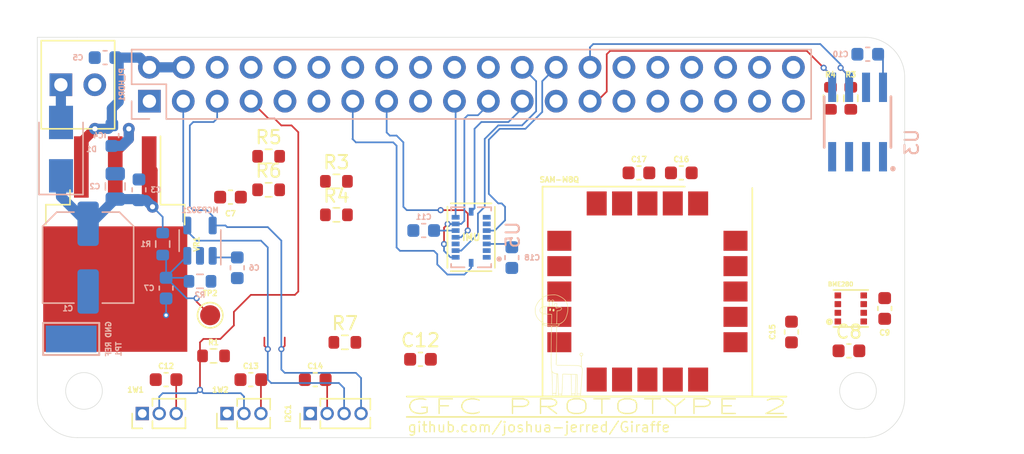
<source format=kicad_pcb>
(kicad_pcb (version 20221018) (generator pcbnew)
  (layers (0 "F.Cu" signal "Front") (1 "In1.Cu" power) (2 "In2.Cu" power) (31 "B.Cu" signal "Back") (34 "B.Paste" user) (35 "F.Paste" user) (36 "B.SilkS" user "B.Silkscreen") (37 "F.SilkS" user "F.Silkscreen") (38 "B.Mask" user) (39 "F.Mask" user) (44 "Edge.Cuts" user))
  (net 0 "")
  (net 1 "GND")
  (net 2 "+3V3")
  (net 3 "+5V")
  (net 4 "I2C0.SDA")
  (net 5 "I2C0.SCL")
  (net 6 "1-Wire")
  (net 7 "SPI0.MOSI")
  (net 8 "SPI0.MISO")
  (net 9 "SPI0.SCLK")
  (net 10 "SPI0.CE0")
  (net 11 "SPI0.CE1")
  (net 12 "EEPROM.SDA")
  (net 13 "EEPROM.SCL")
  (net 14 "BAT Polarized")
  (net 15 "/BAT Reference Voltage")
  (net 29 "GPS TX-Ready")
  (net 31 "+BATT")
  (net 32 "BMI088 Int1")
  (net 33 "BMI088 Int3")
  (footprint "RF_GPS:ublox_SAM-M8Q" (layer "F.Cu") (at 65.72 39.05 -90)
    (fp_text reference "U4" hide)
    (fp_text value "SAM-M8Q" (at -8.382 6.604 180) (layer "F.SilkS") (effects (font (size 0.4 0.4) (thickness 0.1))))
    (pad "1" smd rect (at -6.6 -3.8 270) (size 1.8 1.5) (layers "F.Cu" "F.Mask") (net 1 "GND"))
    (pad "2" smd rect (at -6.6 -1.9 270) (size 1.8 1.5) (layers "F.Cu" "F.Mask") (net 2 "+3V3"))
    (pad "3" smd rect (at -6.6 0 270) (size 1.8 1.5) (layers "F.Cu" "F.Mask") (net 2 "+3V3"))
    (pad "4" smd rect (at -6.6 1.9 270) (size 1.8 1.5) (layers "F.Cu" "F.Mask") (net 1 "GND"))
    (pad "5" smd rect (at -6.6 3.8 270) (size 1.8 1.5) (layers "F.Cu" "F.Mask") (net 1 "GND"))
    (pad "6" smd rect (at -3.8 6.6 270) (size 1.5 1.8) (layers "F.Cu" "F.Mask") (net 1 "GND"))
    (pad "7" smd rect (at -1.9 6.6 270) (size 1.5 1.8) (layers "F.Cu" "F.Mask"))
    (pad "8" smd rect (at 0 6.6 270) (size 1.5 1.8) (layers "F.Cu" "F.Mask"))
    (pad "9" smd rect (at 1.9 6.6 270) (size 1.5 1.8) (layers "F.Cu" "F.Mask") (net 4 "I2C0.SDA"))
    (pad "10" smd rect (at 3.8 6.6 270) (size 1.5 1.8) (layers "F.Cu" "F.Mask") (net 1 "GND"))
    (pad "11" smd rect (at 6.6 3.8 270) (size 1.8 1.5) (layers "F.Cu" "F.Mask") (net 1 "GND"))
    (pad "12" smd rect (at 6.6 1.9 270) (size 1.8 1.5) (layers "F.Cu" "F.Mask") (net 5 "I2C0.SCL"))
    (pad "13" smd rect (at 6.6 0 270) (size 1.8 1.5) (layers "F.Cu" "F.Mask") (net 29 "GPS TX-Ready"))
    (pad "14" smd rect (at 6.6 -1.9 270) (size 1.8 1.5) (layers "F.Cu" "F.Mask"))
    (pad "15" smd rect (at 6.6 -3.8 270) (size 1.8 1.5) (layers "F.Cu" "F.Mask") (net 1 "GND"))
    (pad "16" smd rect (at 3.8 -6.6 270) (size 1.5 1.8) (layers "F.Cu" "F.Mask") (net 1 "GND"))
    (pad "17" smd rect (at 1.9 -6.6 270) (size 1.5 1.8) (layers "F.Cu" "F.Mask") (net 2 "+3V3"))
    (pad "18" smd rect (at 0 -6.6 270) (size 1.5 1.8) (layers "F.Cu" "F.Mask"))
    (pad "19" smd rect (at -1.9 -6.6 270) (size 1.5 1.8) (layers "F.Cu" "F.Mask"))
    (pad "20" smd rect (at -3.8 -6.6 270) (size 1.5 1.8) (layers "F.Cu" "F.Mask") (net 1 "GND"))
  )
  (footprint "Capacitor_SMD:C_0603_1608Metric" (layer "F.Cu") (at 29.652 45.654)
    (fp_text reference "C12" (at 0 -1.016) (layer "F.SilkS") (effects (font (size 0.4 0.4) (thickness 0.8))))
    (fp_text value "0.1µF")
    (pad "1" smd roundrect (at -0.775 0) (size 0.9 0.95) (layers "F.Cu" "F.Paste" "F.Mask") (net 1 "GND"))
    (pad "2" smd roundrect (at 0.775 0) (size 0.9 0.95) (layers "F.Cu" "F.Paste" "F.Mask") (net 2 "+3V3"))
  )
  (footprint "Resistor_SMD:R_0603_1608Metric" (layer "F.Cu") (at 33.208 43.876)
    (fp_text reference "R1" (at 0 -1.016) (layer "F.SilkS") (effects (font (size 0.4 0.4) (thickness 0.8))))
    (fp_text value "30kΩ")
    (pad "1" smd roundrect (at -0.825 0) (size 0.8 0.95) (layers "F.Cu" "F.Paste" "F.Mask") (net 14 "BAT Polarized"))
    (pad "2" smd roundrect (at 0.825 0) (size 0.8 0.95) (layers "F.Cu" "F.Paste" "F.Mask") (net 15 "/BAT Reference Voltage"))
  )
  (footprint "Capacitor_SMD:C_0603_1608Metric" (layer "F.Cu") (at 76.515 42.085 90)
    (fp_text reference "C15" (at 0 -1.43 90) (layer "F.SilkS") (effects (font (size 0.4 0.4) (thickness 0.8))))
    (fp_text value "0.1µF")
    (pad "1" smd roundrect (at -0.775 0 90) (size 0.9 0.95) (layers "F.Cu" "F.Paste" "F.Mask") (net 1 "GND"))
    (pad "2" smd roundrect (at 0.775 0 90) (size 0.9 0.95) (layers "F.Cu" "F.Paste" "F.Mask") (net 2 "+3V3"))
  )
  (footprint "Connector_PinHeader_1.27mm:PinHeader_1x03_P1.27mm_Vertical" (layer "F.Cu") (at 27.869 48.194 90)
    (fp_text reference "1W1" (at 1.778 -0.503 180) (layer "F.SilkS") (effects (font (size 0.4 0.4) (thickness 0.1))))
    (fp_text value "1-Wire")
    (pad "1" thru_hole rect (at 0 0 90) (size 1 1) (drill 0.65) (layers "*.Cu" "*.Mask") (net 1 "GND"))
    (pad "2" thru_hole oval (at 0 1.27 90) (size 1 1) (drill 0.65) (layers "*.Cu" "*.Mask") (net 6 "1-Wire"))
    (pad "3" thru_hole oval (at 0 2.54 90) (size 1 1) (drill 0.65) (layers "*.Cu" "*.Mask") (net 2 "+3V3"))
  )
  (footprint "TestPoint:TestPoint_Pad_D1.5mm" (layer "F.Cu") (at 32.954 40.828)
    (fp_text reference "TP2" (at 0 -1.648) (layer "F.SilkS") (effects (font (size 0.4 0.4) (thickness 0.8))))
    (fp_text value "BAT REF")
    (pad "1" smd circle (at 0 0) (size 1.5 1.5) (layers "F.Cu" "F.Mask") (net 15 "/BAT Reference Voltage"))
  )
  (footprint "Resistor_SMD:R_0603_1608Metric" (layer "F.Cu") (at 37.335 28.92)
    (fp_text reference "R5" (at 0 -1.43) (layer "F.SilkS"))
    (fp_text value "*")
    (pad "1" smd roundrect (at -0.825 0) (size 0.8 0.95) (layers "F.Cu" "F.Paste" "F.Mask") (net 2 "+3V3"))
    (pad "2" smd roundrect (at 0.825 0) (size 0.8 0.95) (layers "F.Cu" "F.Paste" "F.Mask") (net 4 "I2C0.SDA"))
  )
  (footprint "Connector_PinHeader_1.27mm:PinHeader_1x03_P1.27mm_Vertical" (layer "F.Cu") (at 34.219 48.194 90)
    (fp_text reference "1W2" (at 1.778 -0.503 180) (layer "F.SilkS") (effects (font (size 0.4 0.4) (thickness 0.8))))
    (fp_text value "1-Wire")
    (pad "1" thru_hole rect (at 0 0 90) (size 1 1) (drill 0.65) (layers "*.Cu" "*.Mask") (net 1 "GND"))
    (pad "2" thru_hole oval (at 0 1.27 90) (size 1 1) (drill 0.65) (layers "*.Cu" "*.Mask") (net 6 "1-Wire"))
    (pad "3" thru_hole oval (at 0 2.54 90) (size 1 1) (drill 0.65) (layers "*.Cu" "*.Mask") (net 2 "+3V3"))
  )
  (footprint "Resistor_SMD:R_0603_1608Metric" (layer "F.Cu") (at 79.436 24.572 -90)
    (fp_text reference "R4" (at -1.778 0 180) (layer "F.SilkS") (effects (font (size 0.4 0.4) (thickness 0.8))))
    (fp_text value "3.9kΩ")
    (pad "1" smd roundrect (at -0.825 0 270) (size 0.8 0.95) (layers "F.Cu" "F.Paste" "F.Mask") (net 2 "+3V3"))
    (pad "2" smd roundrect (at 0.825 0 270) (size 0.8 0.95) (layers "F.Cu" "F.Paste" "F.Mask") (net 13 "EEPROM.SCL"))
  )
  (footprint "Resistor_SMD:R_0603_1608Metric" (layer "F.Cu") (at 37.335 31.43)
    (fp_text reference "R6" (at 0 -1.43) (layer "F.SilkS"))
    (fp_text value "*")
    (pad "1" smd roundrect (at -0.825 0) (size 0.8 0.95) (layers "F.Cu" "F.Paste" "F.Mask") (net 5 "I2C0.SCL"))
    (pad "2" smd roundrect (at 0.825 0) (size 0.8 0.95) (layers "F.Cu" "F.Paste" "F.Mask") (net 2 "+3V3"))
  )
  (footprint "Capacitor_SMD:C_0603_1608Metric" (layer "F.Cu") (at 40.828 45.654)
    (fp_text reference "C14" (at 0 -1.016) (layer "F.SilkS") (effects (font (size 0.4 0.4) (thickness 0.8))))
    (fp_text value "0.1µF")
    (pad "1" smd roundrect (at -0.775 0) (size 0.9 0.95) (layers "F.Cu" "F.Paste" "F.Mask") (net 2 "+3V3"))
    (pad "2" smd roundrect (at 0.775 0) (size 0.9 0.95) (layers "F.Cu" "F.Paste" "F.Mask") (net 1 "GND"))
  )
  (footprint "footprints:logo2" (layer "F.Cu") (at 59.116 43.114)
    (fp_text reference "G***" hide)
    (fp_text value "LOGO" hide)
  )
  (footprint "Capacitor_SMD:C_0603_1608Metric" (layer "F.Cu") (at 65.085 30.16 180)
    (fp_text reference "C17" (at 0 1.016) (layer "F.SilkS") (effects (font (size 0.4 0.4) (thickness 0.8))))
    (fp_text value "0.1µF")
    (pad "1" smd roundrect (at -0.775 0 180) (size 0.9 0.95) (layers "F.Cu" "F.Paste" "F.Mask") (net 2 "+3V3"))
    (pad "2" smd roundrect (at 0.775 0 180) (size 0.9 0.95) (layers "F.Cu" "F.Paste" "F.Mask") (net 1 "GND"))
  )
  (footprint "Capacitor_SMD:C_0603_1608Metric" (layer "F.Cu") (at 48.715 44.13)
    (fp_text reference "C12" (at 0 -1.43) (layer "F.SilkS"))
    (fp_text value "0.1µF")
    (pad "1" smd roundrect (at -0.775 0) (size 0.9 0.95) (layers "F.Cu" "F.Paste" "F.Mask") (net 1 "GND"))
    (pad "2" smd roundrect (at 0.775 0) (size 0.9 0.95) (layers "F.Cu" "F.Paste" "F.Mask") (net 2 "+3V3"))
  )
  (footprint "footprints:PSON65P250X250X100-8N" (layer "F.Cu") (at 80.96 40.32 180)
    (fp_text reference "U2" hide)
    (fp_text value "BME280" (at 0.762 1.819) (layer "F.SilkS") (effects (font (size 0.321103 0.321103))))
    (pad "1" smd roundrect (at 0.97 -0.975 180) (size 0.49 0.45) (layers "F.Cu" "F.Paste" "F.Mask") (roundrect_rratio 0.06) (net 1 "GND"))
    (pad "2" smd roundrect (at 0.97 -0.325 180) (size 0.49 0.45) (layers "F.Cu" "F.Paste" "F.Mask") (roundrect_rratio 0.06) (net 2 "+3V3"))
    (pad "3" smd roundrect (at 0.97 0.325 180) (size 0.49 0.45) (layers "F.Cu" "F.Paste" "F.Mask") (roundrect_rratio 0.06) (net 4 "I2C0.SDA"))
    (pad "4" smd roundrect (at 0.97 0.975 180) (size 0.49 0.45) (layers "F.Cu" "F.Paste" "F.Mask") (roundrect_rratio 0.06) (net 5 "I2C0.SCL"))
    (pad "5" smd roundrect (at -0.97 0.975 180) (size 0.49 0.45) (layers "F.Cu" "F.Paste" "F.Mask") (roundrect_rratio 0.06) (net 1 "GND"))
    (pad "6" smd roundrect (at -0.97 0.325 180) (size 0.49 0.45) (layers "F.Cu" "F.Paste" "F.Mask") (roundrect_rratio 0.06) (net 2 "+3V3"))
    (pad "7" smd roundrect (at -0.97 -0.325 180) (size 0.49 0.45) (layers "F.Cu" "F.Paste" "F.Mask") (roundrect_rratio 0.06) (net 1 "GND"))
    (pad "8" smd roundrect (at -0.97 -0.975 180) (size 0.49 0.45) (layers "F.Cu" "F.Paste" "F.Mask") (roundrect_rratio 0.06) (net 2 "+3V3"))
  )
  (footprint "Capacitor_SMD:C_0603_1608Metric" (layer "F.Cu") (at 68.26 30.16 180)
    (fp_text reference "C16" (at 0 1.016) (layer "F.SilkS") (effects (font (size 0.4 0.4) (thickness 0.8))))
    (fp_text value "0.1µF")
    (pad "1" smd roundrect (at -0.775 0 180) (size 0.9 0.95) (layers "F.Cu" "F.Paste" "F.Mask") (net 1 "GND"))
    (pad "2" smd roundrect (at 0.775 0 180) (size 0.9 0.95) (layers "F.Cu" "F.Paste" "F.Mask") (net 2 "+3V3"))
  )
  (footprint "GFC-Footprints:OSTVN02A150 2x1 Terminal Block" (layer "F.Cu") (at 21.768 23.556 90)
    (fp_text reference "J1" hide)
    (fp_text value "BAT")
    (pad "1" thru_hole rect (at 0 0 90) (size 1.7 1.7) (drill 1) (layers "*.Cu" "*.Mask") (net 31 "+BATT"))
    (pad "2" thru_hole oval (at 0 2.54 90) (size 1.7 1.7) (drill 1) (layers "*.Cu" "*.Mask") (net 1 "GND"))
  )
  (footprint "Resistor_SMD:R_0603_1608Metric" (layer "F.Cu") (at 80.96 24.572 -90)
    (fp_text reference "R3" (at -1.778 0 180) (layer "F.SilkS") (effects (font (size 0.4 0.4) (thickness 0.8))))
    (fp_text value "3.9kΩ")
    (pad "1" smd roundrect (at -0.825 0 270) (size 0.8 0.95) (layers "F.Cu" "F.Paste" "F.Mask") (net 2 "+3V3"))
    (pad "2" smd roundrect (at 0.825 0 270) (size 0.8 0.95) (layers "F.Cu" "F.Paste" "F.Mask") (net 12 "EEPROM.SDA"))
  )
  (footprint "Capacitor_SMD:C_0603_1608Metric" (layer "F.Cu") (at 80.82 43.495)
    (fp_text reference "C8" (at 0 -1.43) (layer "F.SilkS"))
    (fp_text value "0.1µF")
    (pad "1" smd roundrect (at -0.775 0) (size 0.9 0.95) (layers "F.Cu" "F.Paste" "F.Mask") (net 1 "GND"))
    (pad "2" smd roundrect (at 0.775 0) (size 0.9 0.95) (layers "F.Cu" "F.Paste" "F.Mask") (net 2 "+3V3"))
  )
  (footprint "Connector_PinHeader_1.27mm:PinHeader_1x04_P1.27mm_Vertical" (layer "F.Cu") (at 40.452 48.194 90)
    (fp_text reference "I2C1" (at 0 -1.656 90) (layer "F.SilkS") (effects (font (size 0.4 0.4) (thickness 0.8))))
    (fp_text value "I²C")
    (pad "1" thru_hole rect (at 0 0 90) (size 1 1) (drill 0.65) (layers "*.Cu" "*.Mask") (net 1 "GND"))
    (pad "2" thru_hole oval (at 0 1.27 90) (size 1 1) (drill 0.65) (layers "*.Cu" "*.Mask") (net 2 "+3V3"))
    (pad "3" thru_hole oval (at 0 2.54 90) (size 1 1) (drill 0.65) (layers "*.Cu" "*.Mask") (net 5 "I2C0.SCL"))
    (pad "4" thru_hole oval (at 0 3.81 90) (size 1 1) (drill 0.65) (layers "*.Cu" "*.Mask") (net 4 "I2C0.SDA"))
  )
  (footprint "Capacitor_SMD:C_0603_1608Metric" (layer "F.Cu") (at 83.5 40.32 -90)
    (fp_text reference "C9" (at 1.819 0) (layer "F.SilkS") (effects (font (size 0.4 0.4) (thickness 0.8))))
    (fp_text value "0.1µF")
    (pad "1" smd roundrect (at -0.775 0 270) (size 0.9 0.95) (layers "F.Cu" "F.Paste" "F.Mask") (net 1 "GND"))
    (pad "2" smd roundrect (at 0.775 0 270) (size 0.9 0.95) (layers "F.Cu" "F.Paste" "F.Mask") (net 2 "+3V3"))
  )
  (footprint "Resistor_SMD:R_0603_1608Metric" (layer "F.Cu") (at 43.05 42.86)
    (fp_text reference "R7" (at 0 -1.43) (layer "F.SilkS"))
    (fp_text value "4.7kΩ")
    (pad "1" smd roundrect (at -0.825 0) (size 0.8 0.95) (layers "F.Cu" "F.Paste" "F.Mask") (net 2 "+3V3"))
    (pad "2" smd roundrect (at 0.825 0) (size 0.8 0.95) (layers "F.Cu" "F.Paste" "F.Mask") (net 6 "1-Wire"))
  )
  (footprint "Capacitor_SMD:C_0603_1608Metric" (layer "F.Cu") (at 36.002 45.654)
    (fp_text reference "C13" (at 0 -1.016) (layer "F.SilkS") (effects (font (size 0.4 0.4) (thickness 0.8))))
    (fp_text value "0.1µF")
    (pad "1" smd roundrect (at -0.775 0) (size 0.9 0.95) (layers "F.Cu" "F.Paste" "F.Mask") (net 1 "GND"))
    (pad "2" smd roundrect (at 0.775 0) (size 0.9 0.95) (layers "F.Cu" "F.Paste" "F.Mask") (net 2 "+3V3"))
  )
  (footprint "Resistor_SMD:R_0603_1608Metric" (layer "F.Cu") (at 42.415 33.305)
    (fp_text reference "R4" (at 0 -1.43) (layer "F.SilkS"))
    (fp_text value "3.9kΩ")
    (pad "1" smd roundrect (at -0.825 0) (size 0.8 0.95) (layers "F.Cu" "F.Paste" "F.Mask") (net 2 "+3V3"))
    (pad "2" smd roundrect (at 0.825 0) (size 0.8 0.95) (layers "F.Cu" "F.Paste" "F.Mask") (net 13 "EEPROM.SCL"))
  )
  (footprint "Capacitor_SMD:C_0603_1608Metric" (layer "F.Cu") (at 34.478 31.979)
    (fp_text reference "C7" (at 0 1.229) (layer "F.SilkS") (effects (font (size 0.4 0.4) (thickness 0.8))))
    (fp_text value "0.1µF")
    (pad "1" smd roundrect (at -0.775 0) (size 0.9 0.95) (layers "F.Cu" "F.Paste" "F.Mask") (net 1 "GND"))
    (pad "2" smd roundrect (at 0.775 0) (size 0.9 0.95) (layers "F.Cu" "F.Paste" "F.Mask") (net 15 "/BAT Reference Voltage"))
  )
  (footprint "Package_TO_SOT_SMD:TO-263-3_TabPin2" (layer "F.Cu") (at 25.842 35.494 -90)
    (fp_text reference "VR1" (at 0 -6.096 90) (layer "F.SilkS") (effects (font (size 0.4 0.4) (thickness 0.8))))
    (fp_text value "LM7805")
    (pad "1" smd rect (at -5.775 -2.54 270) (size 4.6 1.1) (layers "F.Cu" "F.Paste" "F.Mask") (net 14 "BAT Polarized"))
    (pad "2" smd rect (at -5.775 0 270) (size 4.6 1.1) (layers "F.Cu" "F.Paste" "F.Mask") (net 1 "GND"))
    (pad "2" smd rect (at 3.375 0 270) (size 9.4 10.8) (layers "F.Cu" "F.Mask") (net 1 "GND"))
    (pad "3" smd rect (at -5.775 2.54 270) (size 4.6 1.1) (layers "F.Cu" "F.Paste" "F.Mask") (net 3 "+5V"))
  )
  (footprint "Resistor_SMD:R_0603_1608Metric" (layer "F.Cu") (at 42.415 30.795)
    (fp_text reference "R3" (at 0 -1.43) (layer "F.SilkS"))
    (fp_text value "3.9kΩ")
    (pad "1" smd roundrect (at -0.825 0) (size 0.8 0.95) (layers "F.Cu" "F.Paste" "F.Mask") (net 2 "+3V3"))
    (pad "2" smd roundrect (at 0.825 0) (size 0.8 0.95) (layers "F.Cu" "F.Paste" "F.Mask") (net 12 "EEPROM.SDA"))
  )
  (footprint "Package_TO_SOT_SMD:SOT-23-5" (layer "B.Cu") (at 32.192 35.24 90)
    (fp_text reference "U1" hide)
    (fp_text value "MCP3021" (at 2.286 0 180) (layer "B.SilkS") (effects (font (size 0.4 0.4) (thickness 0.1)) (justify mirror)))
    (pad "1" smd roundrect (at -1.1375 0.95 90) (size 1.325 0.6) (layers "B.Cu" "B.Paste" "B.Mask") (net 2 "+3V3"))
    (pad "2" smd roundrect (at -1.1375 0 90) (size 1.325 0.6) (layers "B.Cu" "B.Paste" "B.Mask") (net 1 "GND"))
    (pad "3" smd roundrect (at -1.1375 -0.95 90) (size 1.325 0.6) (layers "B.Cu" "B.Paste" "B.Mask") (net 15 "/BAT Reference Voltage"))
    (pad "4" smd roundrect (at 1.1375 -0.95 90) (size 1.325 0.6) (layers "B.Cu" "B.Paste" "B.Mask") (net 4 "I2C0.SDA"))
    (pad "5" smd roundrect (at 1.1375 0.95 90) (size 1.325 0.6) (layers "B.Cu" "B.Paste" "B.Mask") (net 5 "I2C0.SCL"))
  )
  (footprint "Capacitor_SMD:C_0603_1608Metric" (layer "B.Cu") (at 34.986 37.272 90)
    (fp_text reference "C6" (at 0 1.27 180) (layer "B.SilkS") (effects (font (size 0.4 0.4) (thickness 0.8)) (justify mirror)))
    (fp_text value "0.1µF")
    (pad "1" smd roundrect (at -0.775 0 90) (size 0.9 0.95) (layers "B.Cu" "B.Paste" "B.Mask") (net 1 "GND"))
    (pad "2" smd roundrect (at 0.775 0 90) (size 0.9 0.95) (layers "B.Cu" "B.Paste" "B.Mask") (net 2 "+3V3"))
  )
  (footprint "Diode_SMD:D_SMA" (layer "B.Cu") (at 21.778 28.382 90)
    (fp_text reference "D1" (at 0 2.286 180) (layer "B.SilkS") (effects (font (size 0.4 0.4) (thickness 0.8)) (justify mirror)))
    (fp_text value "2A LFV")
    (pad "1" smd rect (at -2 0 90) (size 2.5 1.8) (layers "B.Cu" "B.Paste" "B.Mask") (net 14 "BAT Polarized"))
    (pad "2" smd rect (at 2 0 90) (size 2.5 1.8) (layers "B.Cu" "B.Paste" "B.Mask") (net 31 "+BATT"))
  )
  (footprint "Capacitor_SMD:C_0603_1608Metric" (layer "B.Cu") (at 27.62 31.43 90)
    (fp_text reference "C3" (at 0 1.27 180) (layer "B.SilkS") (effects (font (size 0.4 0.4) (thickness 0.8)) (justify mirror)))
    (fp_text value "0.1µF")
    (pad "1" smd roundrect (at -0.775 0 90) (size 0.9 0.95) (layers "B.Cu" "B.Paste" "B.Mask") (net 14 "BAT Polarized"))
    (pad "2" smd roundrect (at 0.775 0 90) (size 0.9 0.95) (layers "B.Cu" "B.Paste" "B.Mask") (net 1 "GND"))
  )
  (footprint "GFC-Footprints:PQFN50P450X300X100-16N" (layer "B.Cu") (at 52.512 34.986 90)
    (fp_text reference "U5" (at 0.178 3.121 270) (layer "B.SilkS") (effects (justify mirror)))
    (fp_text value "BMI088")
    (pad "1" smd rect (at -1.5 1.165 180) (size 0.59 0.35) (layers "B.Cu" "B.Paste" "B.Mask"))
    (pad "2" smd rect (at -1 1.165 180) (size 0.59 0.35) (layers "B.Cu" "B.Paste" "B.Mask") (net 1 "GND"))
    (pad "3" smd rect (at -0.5 1.165 180) (size 0.59 0.35) (layers "B.Cu" "B.Paste" "B.Mask") (net 2 "+3V3"))
    (pad "4" smd rect (at 0 1.165 180) (size 0.59 0.35) (layers "B.Cu" "B.Paste" "B.Mask") (net 1 "GND"))
    (pad "5" smd rect (at 0.5 1.165 180) (size 0.59 0.35) (layers "B.Cu" "B.Paste" "B.Mask") (net 11 "SPI0.CE1"))
    (pad "6" smd rect (at 1 1.165 180) (size 0.59 0.35) (layers "B.Cu" "B.Paste" "B.Mask") (net 1 "GND"))
    (pad "7" smd rect (at 1.5 1.165 180) (size 0.59 0.35) (layers "B.Cu" "B.Paste" "B.Mask") (net 1 "GND"))
    (pad "8" smd rect (at 1.915 0 270) (size 0.59 0.35) (layers "B.Cu" "B.Paste" "B.Mask") (net 9 "SPI0.SCLK"))
    (pad "9" smd rect (at 1.5 -1.165) (size 0.59 0.35) (layers "B.Cu" "B.Paste" "B.Mask") (net 7 "SPI0.MOSI"))
    (pad "10" smd rect (at 1 -1.165) (size 0.59 0.35) (layers "B.Cu" "B.Paste" "B.Mask") (net 8 "SPI0.MISO"))
    (pad "11" smd rect (at 0.5 -1.165) (size 0.59 0.35) (layers "B.Cu" "B.Paste" "B.Mask") (net 2 "+3V3"))
    (pad "12" smd rect (at 0 -1.165) (size 0.59 0.35) (layers "B.Cu" "B.Paste" "B.Mask") (net 33 "BMI088 Int3"))
    (pad "13" smd rect (at -0.5 -1.165) (size 0.59 0.35) (layers "B.Cu" "B.Paste" "B.Mask"))
    (pad "14" smd rect (at -1 -1.165) (size 0.59 0.35) (layers "B.Cu" "B.Paste" "B.Mask") (net 10 "SPI0.CE0"))
    (pad "15" smd rect (at -1.5 -1.165) (size 0.59 0.35) (layers "B.Cu" "B.Paste" "B.Mask") (net 8 "SPI0.MISO"))
    (pad "16" smd rect (at -1.915 0 90) (size 0.59 0.35) (layers "B.Cu" "B.Paste" "B.Mask") (net 32 "BMI088 Int1"))
  )
  (footprint "Capacitor_SMD:C_0603_1608Metric" (layer "B.Cu") (at 55.56 36.51 90)
    (fp_text reference "C18" (at 0 1.524 180) (layer "B.SilkS") (effects (font (size 0.4 0.4) (thickness 0.8)) (justify mirror)))
    (fp_text value "0.1µF")
    (pad "1" smd roundrect (at -0.775 0 90) (size 0.9 0.95) (layers "B.Cu" "B.Paste" "B.Mask") (net 1 "GND"))
    (pad "2" smd roundrect (at 0.775 0 90) (size 0.9 0.95) (layers "B.Cu" "B.Paste" "B.Mask") (net 2 "+3V3"))
  )
  (footprint "Capacitor_SMD:C_Elec_6.3x7.7" (layer "B.Cu") (at 23.81 36.51 -90)
    (fp_text reference "C1" (at 3.81 1.524 -180) (layer "B.SilkS") (effects (font (size 0.4 0.4) (thickness 0.8)) (justify mirror)))
    (fp_text value "100µF")
    (pad "1" smd roundrect (at -2.5375 0 270) (size 3.325 1.6) (layers "B.Cu" "B.Paste" "B.Mask") (roundrect_rratio 0.15625) (net 14 "BAT Polarized"))
    (pad "2" smd roundrect (at 2.5375 0 270) (size 3.325 1.6) (layers "B.Cu" "B.Paste" "B.Mask") (roundrect_rratio 0.15625) (net 1 "GND"))
  )
  (footprint "Capacitor_SMD:C_0603_1608Metric" (layer "B.Cu") (at 29.652 38.796 90)
    (fp_text reference "C7" (at 0 -1.27) (layer "B.SilkS") (effects (font (size 0.4 0.4) (thickness 0.8)) (justify mirror)))
    (fp_text value "0.1µF")
    (pad "1" smd roundrect (at -0.775 0 90) (size 0.9 0.95) (layers "B.Cu" "B.Paste" "B.Mask") (net 1 "GND"))
    (pad "2" smd roundrect (at 0.775 0 90) (size 0.9 0.95) (layers "B.Cu" "B.Paste" "B.Mask") (net 15 "/BAT Reference Voltage"))
  )
  (footprint "TestPoint:TestPoint_Keystone_5019_Miniature" (layer "B.Cu") (at 22.54 42.606)
    (fp_text reference "TP1" (at 3.556 0.762 90) (layer "B.SilkS") (effects (font (size 0.4 0.4) (thickness 0.8)) (justify mirror)))
    (fp_text value "GND REF" (at 2.794 0 90) (layer "B.SilkS") (effects (font (size 0.4 0.4) (thickness 0.1)) (justify mirror)))
    (pad "1" smd rect (at 0 0) (size 3.8 2) (layers "B.Cu" "B.Paste" "B.Mask") (net 1 "GND"))
  )
  (footprint "Capacitor_SMD:C_0603_1608Metric" (layer "B.Cu") (at 48.956 34.478)
    (fp_text reference "C11" (at 0 -1.016) (layer "B.SilkS") (effects (font (size 0.4 0.4) (thickness 0.8)) (justify mirror)))
    (fp_text value "0.1µF")
    (pad "1" smd roundrect (at -0.775 0) (size 0.9 0.95) (layers "B.Cu" "B.Paste" "B.Mask") (net 1 "GND"))
    (pad "2" smd roundrect (at 0.775 0) (size 0.9 0.95) (layers "B.Cu" "B.Paste" "B.Mask") (net 2 "+3V3"))
  )
  (footprint "GFC-Footprints:SOIC127P600X175-8N" (layer "B.Cu") (at 81.468 26.35 90)
    (fp_text reference "U3" (at -1.524 4.064 270) (layer "B.SilkS") (effects (font (size 1.001819 1.001819)) (justify mirror)))
    (fp_text value "CAT24C32")
    (pad "1" smd rect (at -2.6 1.905 180) (size 0.6 2.2) (layers "B.Cu" "B.Paste" "B.Mask") (net 1 "GND"))
    (pad "2" smd rect (at -2.6 0.635 180) (size 0.6 2.2) (layers "B.Cu" "B.Paste" "B.Mask") (net 1 "GND"))
    (pad "3" smd rect (at -2.6 -0.635 180) (size 0.6 2.2) (layers "B.Cu" "B.Paste" "B.Mask") (net 1 "GND"))
    (pad "4" smd rect (at -2.6 -1.905 180) (size 0.6 2.2) (layers "B.Cu" "B.Paste" "B.Mask") (net 1 "GND"))
    (pad "5" smd rect (at 2.6 -1.905 180) (size 0.6 2.2) (layers "B.Cu" "B.Paste" "B.Mask") (net 12 "EEPROM.SDA"))
    (pad "6" smd rect (at 2.6 -0.635 180) (size 0.6 2.2) (layers "B.Cu" "B.Paste" "B.Mask") (net 13 "EEPROM.SCL"))
    (pad "7" smd rect (at 2.6 0.635 180) (size 0.6 2.2) (layers "B.Cu" "B.Paste" "B.Mask"))
    (pad "8" smd rect (at 2.6 1.905 180) (size 0.6 2.2) (layers "B.Cu" "B.Paste" "B.Mask") (net 2 "+3V3"))
  )
  (footprint "Capacitor_SMD:C_0603_1608Metric" (layer "B.Cu") (at 25.588 27.366 -90)
    (fp_text reference "C4" (at 0 1.016 -180) (layer "B.SilkS") (effects (font (size 0.4 0.4) (thickness 0.8)) (justify mirror)))
    (fp_text value "0.1µF")
    (pad "1" smd roundrect (at -0.775 0 270) (size 0.9 0.95) (layers "B.Cu" "B.Paste" "B.Mask") (net 3 "+5V"))
    (pad "2" smd roundrect (at 0.775 0 270) (size 0.9 0.95) (layers "B.Cu" "B.Paste" "B.Mask") (net 1 "GND"))
  )
  (footprint "Connector_PinSocket_2.54mm:PinSocket_2x20_P2.54mm_Vertical" (layer "B.Cu") (at 28.4 24.79 -90)
    (fp_text reference "PI_HDR1" (at -1.234 2.05 -270) (layer "B.SilkS") (effects (font (size 0.4 0.4) (thickness 0.8)) (justify mirror)))
    (fp_text value "PI")
    (pad "1" thru_hole rect locked (at 0 0 270) (size 1.7 1.7) (drill 1) (layers "*.Cu" "*.Mask") (net 2 "+3V3"))
    (pad "2" thru_hole oval locked (at -2.54 0 270) (size 1.7 1.7) (drill 1) (layers "*.Cu" "*.Mask") (net 3 "+5V"))
    (pad "3" thru_hole oval locked (at 0 -2.54 270) (size 1.7 1.7) (drill 1) (layers "*.Cu" "*.Mask") (net 4 "I2C0.SDA"))
    (pad "4" thru_hole oval locked (at -2.54 -2.54 270) (size 1.7 1.7) (drill 1) (layers "*.Cu" "*.Mask") (net 3 "+5V"))
    (pad "5" thru_hole oval locked (at 0 -5.08 270) (size 1.7 1.7) (drill 1) (layers "*.Cu" "*.Mask") (net 5 "I2C0.SCL"))
    (pad "6" thru_hole oval locked (at -2.54 -5.08 270) (size 1.7 1.7) (drill 1) (layers "*.Cu" "*.Mask") (net 1 "GND"))
    (pad "7" thru_hole oval locked (at 0 -7.62 270) (size 1.7 1.7) (drill 1) (layers "*.Cu" "*.Mask") (net 6 "1-Wire"))
    (pad "8" thru_hole oval locked (at -2.54 -7.62 270) (size 1.7 1.7) (drill 1) (layers "*.Cu" "*.Mask"))
    (pad "9" thru_hole oval locked (at 0 -10.16 270) (size 1.7 1.7) (drill 1) (layers "*.Cu" "*.Mask") (net 1 "GND"))
    (pad "10" thru_hole oval locked (at -2.54 -10.16 270) (size 1.7 1.7) (drill 1) (layers "*.Cu" "*.Mask"))
    (pad "11" thru_hole oval locked (at 0 -12.7 270) (size 1.7 1.7) (drill 1) (layers "*.Cu" "*.Mask"))
    (pad "12" thru_hole oval locked (at -2.54 -12.7 270) (size 1.7 1.7) (drill 1) (layers "*.Cu" "*.Mask"))
    (pad "13" thru_hole oval locked (at 0 -15.24 270) (size 1.7 1.7) (drill 1) (layers "*.Cu" "*.Mask"))
    (pad "14" thru_hole oval locked (at -2.54 -15.24 270) (size 1.7 1.7) (drill 1) (layers "*.Cu" "*.Mask") (net 1 "GND"))
    (pad "15" thru_hole oval locked (at 0 -17.78 270) (size 1.7 1.7) (drill 1) (layers "*.Cu" "*.Mask") (net 33 "BMI088 Int3"))
    (pad "16" thru_hole oval locked (at -2.54 -17.78 270) (size 1.7 1.7) (drill 1) (layers "*.Cu" "*.Mask"))
    (pad "17" thru_hole oval locked (at 0 -20.32 270) (size 1.7 1.7) (drill 1) (layers "*.Cu" "*.Mask") (net 2 "+3V3"))
    (pad "18" thru_hole oval locked (at -2.54 -20.32 270) (size 1.7 1.7) (drill 1) (layers "*.Cu" "*.Mask"))
    (pad "19" thru_hole oval locked (at 0 -22.86 270) (size 1.7 1.7) (drill 1) (layers "*.Cu" "*.Mask") (net 7 "SPI0.MOSI"))
    (pad "20" thru_hole oval locked (at -2.54 -22.86 270) (size 1.7 1.7) (drill 1) (layers "*.Cu" "*.Mask") (net 1 "GND"))
    (pad "21" thru_hole oval locked (at 0 -25.4 270) (size 1.7 1.7) (drill 1) (layers "*.Cu" "*.Mask") (net 8 "SPI0.MISO"))
    (pad "22" thru_hole oval locked (at -2.54 -25.4 270) (size 1.7 1.7) (drill 1) (layers "*.Cu" "*.Mask"))
    (pad "23" thru_hole oval locked (at 0 -27.94 270) (size 1.7 1.7) (drill 1) (layers "*.Cu" "*.Mask") (net 9 "SPI0.SCLK"))
    (pad "24" thru_hole oval locked (at -2.54 -27.94 270) (size 1.7 1.7) (drill 1) (layers "*.Cu" "*.Mask") (net 10 "SPI0.CE0"))
    (pad "25" thru_hole oval locked (at 0 -30.48 270) (size 1.7 1.7) (drill 1) (layers "*.Cu" "*.Mask") (net 1 "GND"))
    (pad "26" thru_hole oval locked (at -2.54 -30.48 270) (size 1.7 1.7) (drill 1) (layers "*.Cu" "*.Mask") (net 11 "SPI0.CE1"))
    (pad "27" thru_hole oval locked (at 0 -33.02 270) (size 1.7 1.7) (drill 1) (layers "*.Cu" "*.Mask") (net 12 "EEPROM.SDA"))
    (pad "28" thru_hole oval locked (at -2.54 -33.02 270) (size 1.7 1.7) (drill 1) (layers "*.Cu" "*.Mask") (net 13 "EEPROM.SCL"))
    (pad "29" thru_hole oval locked (at 0 -35.56 270) (size 1.7 1.7) (drill 1) (layers "*.Cu" "*.Mask"))
    (pad "30" thru_hole oval locked (at -2.54 -35.56 270) (size 1.7 1.7) (drill 1) (layers "*.Cu" "*.Mask") (net 1 "GND"))
    (pad "31" thru_hole oval locked (at 0 -38.1 270) (size 1.7 1.7) (drill 1) (layers "*.Cu" "*.Mask"))
    (pad "32" thru_hole oval locked (at -2.54 -38.1 270) (size 1.7 1.7) (drill 1) (layers "*.Cu" "*.Mask"))
    (pad "33" thru_hole oval locked (at 0 -40.64 270) (size 1.7 1.7) (drill 1) (layers "*.Cu" "*.Mask") (net 32 "BMI088 Int1"))
    (pad "34" thru_hole oval locked (at -2.54 -40.64 270) (size 1.7 1.7) (drill 1) (layers "*.Cu" "*.Mask") (net 1 "GND"))
    (pad "35" thru_hole oval locked (at 0 -43.18 270) (size 1.7 1.7) (drill 1) (layers "*.Cu" "*.Mask"))
    (pad "36" thru_hole oval locked (at -2.54 -43.18 270) (size 1.7 1.7) (drill 1) (layers "*.Cu" "*.Mask"))
    (pad "37" thru_hole oval locked (at 0 -45.72 270) (size 1.7 1.7) (drill 1) (layers "*.Cu" "*.Mask") (net 29 "GPS TX-Ready"))
    (pad "38" thru_hole oval locked (at -2.54 -45.72 270) (size 1.7 1.7) (drill 1) (layers "*.Cu" "*.Mask"))
    (pad "39" thru_hole oval locked (at 0 -48.26 270) (size 1.7 1.7) (drill 1) (layers "*.Cu" "*.Mask") (net 1 "GND"))
    (pad "40" thru_hole oval locked (at -2.54 -48.26 270) (size 1.7 1.7) (drill 1) (layers "*.Cu" "*.Mask"))
  )
  (footprint "Capacitor_SMD:C_0805_2012Metric" (layer "B.Cu") (at 25.842 31.176 90)
    (fp_text reference "C2" (at 0 -1.524 180) (layer "B.SilkS") (effects (font (size 0.4 0.4) (thickness 0.8)) (justify mirror)))
    (fp_text value "1µF")
    (pad "1" smd roundrect (at -0.95 0 90) (size 1 1.45) (layers "B.Cu" "B.Paste" "B.Mask") (net 14 "BAT Polarized"))
    (pad "2" smd roundrect (at 0.95 0 90) (size 1 1.45) (layers "B.Cu" "B.Paste" "B.Mask") (net 1 "GND"))
  )
  (footprint "Capacitor_SMD:C_0603_1608Metric" (layer "B.Cu") (at 82.23 21.27)
    (fp_text reference "C10" (at -2.032 0) (layer "B.SilkS") (effects (font (size 0.4 0.4) (thickness 0.8)) (justify mirror)))
    (fp_text value "0.1µF")
    (pad "1" smd roundrect (at -0.775 0) (size 0.9 0.95) (layers "B.Cu" "B.Paste" "B.Mask") (net 1 "GND"))
    (pad "2" smd roundrect (at 0.775 0) (size 0.9 0.95) (layers "B.Cu" "B.Paste" "B.Mask") (net 2 "+3V3"))
  )
  (footprint "Resistor_SMD:R_0603_1608Metric" (layer "B.Cu") (at 32.192 38.288)
    (fp_text reference "R2" (at 0 1.016) (layer "B.SilkS") (effects (font (size 0.4 0.4) (thickness 0.8)) (justify mirror)))
    (fp_text value "7.5kΩ")
    (pad "1" smd roundrect (at -0.825 0) (size 0.8 0.95) (layers "B.Cu" "B.Paste" "B.Mask") (net 15 "/BAT Reference Voltage"))
    (pad "2" smd roundrect (at 0.825 0) (size 0.8 0.95) (layers "B.Cu" "B.Paste" "B.Mask") (net 1 "GND"))
  )
  (footprint "Capacitor_SMD:C_0603_1608Metric" (layer "B.Cu") (at 25.08 21.524 180)
    (fp_text reference "C5" (at 2.032 0) (layer "B.SilkS") (effects (font (size 0.4 0.4) (thickness 0.8)) (justify mirror)))
    (fp_text value "0.1µF")
    (pad "1" smd roundrect (at -0.775 0 180) (size 0.9 0.95) (layers "B.Cu" "B.Paste" "B.Mask") (net 1 "GND"))
    (pad "2" smd roundrect (at 0.775 0 180) (size 0.9 0.95) (layers "B.Cu" "B.Paste" "B.Mask") (net 3 "+5V"))
  )
  (footprint "Resistor_SMD:R_0603_1608Metric" (layer "B.Cu") (at 29.398 35.494 -90)
    (fp_text reference "R1" (at 0 1.27) (layer "B.SilkS") (effects (font (size 0.4 0.4) (thickness 0.8)) (justify mirror)))
    (fp_text value "30kΩ")
    (pad "1" smd roundrect (at -0.825 0 270) (size 0.8 0.95) (layers "B.Cu" "B.Paste" "B.Mask") (net 14 "BAT Polarized"))
    (pad "2" smd roundrect (at 0.825 0 270) (size 0.8 0.95) (layers "B.Cu" "B.Paste" "B.Mask") (net 15 "/BAT Reference Voltage"))
  )
  (gr_line (start 50.734 32.7) (end 50.734 37.272) (stroke (width 0.127)) (layer "F.SilkS"))
  (gr_line (start 50.988 37.526) (end 54.036 37.526) (stroke (width 0.127)) (layer "F.SilkS"))
  (gr_line (start 54.29 32.7) (end 54.29 37.272) (stroke (width 0.127)) (layer "F.SilkS"))
  (gr_line (start 47.686 46.924) (end 76.134 46.924) (stroke (width 0.127)) (layer "F.SilkS"))
  (gr_line (start 47.686 48.448) (end 76.134 48.448) (stroke (width 0.127)) (layer "F.SilkS"))
  (gr_line (start 50.988 32.446) (end 54.036 32.446) (stroke (width 0.127)) (layer "F.SilkS"))
  (gr_line locked (start 20 23) (end 20 47) (stroke (width 0.0381)) (layer "Edge.Cuts"))
  (gr_circle locked (center 81.5 46.5) (end 82.875 46.5) (stroke (width 0.0381)) (fill none) (layer "Edge.Cuts"))
  (gr_arc locked (start 23 50) (mid 20.87868 49.12132) (end 20 47) (stroke (width 0.0381)) (layer "Edge.Cuts"))
  (gr_line (start 20 20) (end 20 23) (stroke (width 0.0381)) (layer "Edge.Cuts"))
  (gr_arc locked (start 85 47) (mid 84.12132 49.12132) (end 82 50) (stroke (width 0.0381)) (layer "Edge.Cuts"))
  (gr_line locked (start 85 23) (end 85 47) (stroke (width 0.0381)) (layer "Edge.Cuts"))
  (gr_line locked (start 23 50) (end 82 50) (stroke (width 0.0381)) (layer "Edge.Cuts"))
  (gr_circle locked (center 23.5 46.5) (end 24.875 46.5) (stroke (width 0.0381)) (fill none) (layer "Edge.Cuts"))
  (gr_arc locked (start 82 20) (mid 84.12132 20.87868) (end 85 23) (stroke (width 0.0381)) (layer "Edge.Cuts"))
  (gr_line (start 23 20) (end 20 20) (stroke (width 0.0381)) (layer "Edge.Cuts"))
  (gr_line locked (start 23 20) (end 82 20) (stroke (width 0.0381)) (layer "Edge.Cuts"))
  (gr_text "github.com/joshua-jerred/Giraffe" (at 57.592 49.21) (layer "F.SilkS") (effects (font (size 0.762 0.762) (thickness 0.1))))
  (gr_text "GFC PROTOTYPE 2" (at 61.91 47.686) (layer "F.SilkS") (effects (font (size 1.1 2.1) (thickness 0.1))))
  (gr_text "IMU" (at 52.512 34.986) (layer "F.SilkS") (effects (font (size 0.5 0.5) (thickness 0.125))))
  (segment (start 26.858 27.62) (end 26.858 26.858) (width 0.762) (layer "F.Cu") (net 1))
  (segment (start 25.842 28.636) (end 26.858 27.62) (width 0.762) (layer "F.Cu") (net 1))
  (segment (start 25.842 29.719) (end 25.842 28.636) (width 0.762) (layer "F.Cu") (net 1))
  (via (at 26.858 26.858) (size 0.889) (drill 0.381) (layers "F.Cu" "B.Cu") (net 1))
  (via (at 29.652 40.828) (size 0.4572) (drill 0.254) (layers "F.Cu" "B.Cu") (net 1))
  (segment (start 26.858 27.62) (end 26.858 26.858) (width 0.762) (layer "B.Cu") (net 1))
  (segment (start 25.588 28.141) (end 26.337 28.141) (width 0.762) (layer "B.Cu") (net 1))
  (segment (start 26.337 28.141) (end 26.858 27.62) (width 0.762) (layer "B.Cu") (net 1))
  (segment (start 29.652 39.571) (end 29.652 40.828) (width 0.127) (layer "B.Cu") (net 1))
  (segment (start 36.759 48.194) (end 36.759 45.672) (width 0.127) (layer "F.Cu") (net 2))
  (segment (start 30.409 45.672) (end 30.427 45.654) (width 0.127) (layer "F.Cu") (net 2))
  (segment (start 41.722 48.194) (end 41.722 45.773) (width 0.127) (layer "F.Cu") (net 2))
  (segment (start 30.409 48.194) (end 30.409 45.672) (width 0.127) (layer "F.Cu") (net 2))
  (segment (start 36.759 45.672) (end 36.777 45.654) (width 0.127) (layer "F.Cu") (net 2))
  (segment (start 41.722 45.773) (end 41.603 45.654) (width 0.127) (layer "F.Cu") (net 2))
  (segment (start 53.677 35.486) (end 55.301 35.486) (width 0.127) (layer "B.Cu") (net 2))
  (segment (start 34.986 36.497) (end 33.2615 36.497) (width 0.127) (layer "B.Cu") (net 2))
  (segment (start 83.373 21.638) (end 83.373 23.75) (width 0.127) (layer "B.Cu") (net 2))
  (segment (start 33.2615 36.497) (end 33.142 36.3775) (width 0.127) (layer "B.Cu") (net 2))
  (segment (start 55.301 35.486) (end 55.306 35.481) (width 0.127) (layer "B.Cu") (net 2))
  (segment (start 83.259 21.524) (end 83.373 21.638) (width 0.127) (layer "B.Cu") (net 2))
  (segment (start 51.347 34.486) (end 49.739 34.486) (width 0.127) (layer "B.Cu") (net 2))
  (segment (start 49.739 34.486) (end 49.731 34.478) (width 0.127) (layer "B.Cu") (net 2))
  (segment (start 23.302 29.719) (end 23.302 27.874) (width 0.762) (layer "F.Cu") (net 3))
  (segment (start 23.302 27.874) (end 24.318 26.858) (width 0.762) (layer "F.Cu") (net 3))
  (via (at 24.318 26.858) (size 0.889) (drill 0.381) (layers "F.Cu" "B.Cu") (net 3))
  (segment (start 25.588 26.591) (end 25.588 25.334) (width 0.762) (layer "B.Cu") (net 3))
  (segment (start 26.096 21.765) (end 25.855 21.524) (width 0.762) (layer "B.Cu") (net 3))
  (segment (start 27.674 21.524) (end 28.4 22.25) (width 0.762) (layer "B.Cu") (net 3))
  (segment (start 26.096 24.826) (end 26.096 21.765) (width 0.762) (layer "B.Cu") (net 3))
  (segment (start 24.318 26.858) (end 25.321 26.858) (width 0.762) (layer "B.Cu") (net 3))
  (segment (start 25.321 26.858) (end 25.588 26.591) (width 0.762) (layer "B.Cu") (net 3))
  (segment (start 25.588 25.334) (end 26.096 24.826) (width 0.762) (layer "B.Cu") (net 3))
  (segment (start 25.855 21.524) (end 27.674 21.524) (width 0.762) (layer "B.Cu") (net 3))
  (segment (start 28.4 22.25) (end 30.94 22.25) (width 0.762) (layer "B.Cu") (net 3))
  (segment (start 37.018 42.5025) (end 37.018 43.114) (width 0.127) (layer "F.Cu") (net 4))
  (segment (start 37.018 43.114) (end 37.272 43.368) (width 0.127) (layer "F.Cu") (net 4))
  (via (at 37.272 43.368) (size 0.4572) (drill 0.254) (layers "F.Cu" "B.Cu") (net 4))
  (segment (start 37.272 35.748) (end 37.272 43.368) (width 0.127) (layer "B.Cu") (net 4))
  (segment (start 31.242 34.1025) (end 31.242 34.544) (width 0.127) (layer "B.Cu") (net 4))
  (segment (start 42.606 45.908) (end 42.992 46.294) (width 0.127) (layer "B.Cu") (net 4))
  (segment (start 42.992 46.294) (end 42.992 48.194) (width 0.127) (layer "B.Cu") (net 4))
  (segment (start 36.764 35.24) (end 37.272 35.748) (width 0.127) (layer "B.Cu") (net 4))
  (segment (start 30.94 24.79) (end 30.94 33.8005) (width 0.127) (layer "B.Cu") (net 4))
  (segment (start 31.242 34.544) (end 31.938 35.24) (width 0.127) (layer "B.Cu") (net 4))
  (segment (start 37.526 45.908) (end 42.606 45.908) (width 0.127) (layer "B.Cu") (net 4))
  (segment (start 37.272 45.654) (end 37.526 45.908) (width 0.127) (layer "B.Cu") (net 4))
  (segment (start 31.938 35.24) (end 36.764 35.24) (width 0.127) (layer "B.Cu") (net 4))
  (segment (start 30.94 33.8005) (end 31.242 34.1025) (width 0.127) (layer "B.Cu") (net 4))
  (segment (start 37.272 43.368) (end 37.272 45.654) (width 0.127) (layer "B.Cu") (net 4))
  (segment (start 38.542 43.114) (end 38.288 43.368) (width 0.127) (layer "F.Cu") (net 5))
  (segment (start 38.542 42.5025) (end 38.542 43.114) (width 0.127) (layer "F.Cu") (net 5))
  (via (at 38.288 43.368) (size 0.4572) (drill 0.254) (layers "F.Cu" "B.Cu") (net 5))
  (segment (start 34.224 34.224) (end 37.272 34.224) (width 0.127) (layer "B.Cu") (net 5))
  (segment (start 38.542 45.146) (end 43.876 45.146) (width 0.127) (layer "B.Cu") (net 5))
  (segment (start 34.1025 34.1025) (end 34.224 34.224) (width 0.127) (layer "B.Cu") (net 5))
  (segment (start 33.208 26.35) (end 31.684 26.35) (width 0.127) (layer "B.Cu") (net 5))
  (segment (start 37.272 34.224) (end 38.288 35.24) (width 0.127) (layer "B.Cu") (net 5))
  (segment (start 32.7 32.954) (end 33.142 33.396) (width 0.127) (layer "B.Cu") (net 5))
  (segment (start 31.684 32.954) (end 32.7 32.954) (width 0.127) (layer "B.Cu") (net 5))
  (segment (start 38.288 35.24) (end 38.288 44.892) (width 0.127) (layer "B.Cu") (net 5))
  (segment (start 43.876 45.146) (end 44.262 45.532) (width 0.127) (layer "B.Cu") (net 5))
  (segment (start 33.142 34.1025) (end 34.1025 34.1025) (width 0.127) (layer "B.Cu") (net 5))
  (segment (start 44.262 45.532) (end 44.262 48.194) (width 0.127) (layer "B.Cu") (net 5))
  (segment (start 31.43 26.604) (end 31.43 32.7) (width 0.127) (layer "B.Cu") (net 5))
  (segment (start 38.288 44.892) (end 38.542 45.146) (width 0.127) (layer "B.Cu") (net 5))
  (segment (start 31.684 26.35) (end 31.43 26.604) (width 0.127) (layer "B.Cu") (net 5))
  (segment (start 33.48 24.79) (end 33.48 26.078) (width 0.127) (layer "B.Cu") (net 5))
  (segment (start 31.43 32.7) (end 31.684 32.954) (width 0.127) (layer "B.Cu") (net 5))
  (segment (start 33.48 26.078) (end 33.208 26.35) (width 0.127) (layer "B.Cu") (net 5))
  (segment (start 33.142 33.396) (end 33.142 34.1025) (width 0.127) (layer "B.Cu") (net 5))
  (segment (start 33.716 42.606) (end 32.446 42.606) (width 0.127) (layer "F.Cu") (net 6))
  (segment (start 37.326 26.096) (end 37.78 26.096) (width 0.127) (layer "F.Cu") (net 6))
  (segment (start 33.716 42.606) (end 34.732 41.59) (width 0.127) (layer "F.Cu") (net 6))
  (segment (start 38.288 26.604) (end 39.05 26.604) (width 0.127) (layer "F.Cu") (net 6))
  (segment (start 36.002 39.304) (end 39.304 39.304) (width 0.127) (layer "F.Cu") (net 6))
  (segment (start 32.192 43.876) (end 32.192 46.416) (width 0.127) (layer "F.Cu") (net 6))
  (segment (start 34.732 40.574) (end 36.002 39.304) (width 0.127) (layer "F.Cu") (net 6))
  (segment (start 39.558 39.05) (end 39.304 39.304) (width 0.127) (layer "F.Cu") (net 6))
  (segment (start 37.78 26.096) (end 38.288 26.604) (width 0.127) (layer "F.Cu") (net 6))
  (segment (start 32.446 42.606) (end 32.192 42.86) (width 0.127) (layer "F.Cu") (net 6))
  (segment (start 34.732 40.574) (end 34.732 41.59) (width 0.127) (layer "F.Cu") (net 6))
  (segment (start 39.558 27.112) (end 39.558 39.05) (width 0.127) (layer "F.Cu") (net 6))
  (segment (start 32.192 42.86) (end 32.192 43.876) (width 0.127) (layer "F.Cu") (net 6))
  (segment (start 39.05 26.604) (end 39.558 27.112) (width 0.127) (layer "F.Cu") (net 6))
  (segment (start 36.02 24.79) (end 37.326 26.096) (width 0.127) (layer "F.Cu") (net 6))
  (via (at 32.192 46.416) (size 0.4572) (drill 0.254) (layers "F.Cu" "B.Cu") (net 6))
  (segment (start 35.489 46.929) (end 35.489 48.194) (width 0.127) (layer "B.Cu") (net 6))
  (segment (start 29.398 46.67) (end 29.139 46.929) (width 0.127) (layer "B.Cu") (net 6))
  (segment (start 31.938 46.67) (end 29.398 46.67) (width 0.127) (layer "B.Cu") (net 6))
  (segment (start 35.24 46.67) (end 35.494 46.924) (width 0.127) (layer "B.Cu") (net 6))
  (segment (start 32.446 46.67) (end 35.24 46.67) (width 0.127) (layer "B.Cu") (net 6))
  (segment (start 35.494 46.924) (end 35.489 46.929) (width 0.127) (layer "B.Cu") (net 6))
  (segment (start 29.139 46.929) (end 29.139 48.194) (width 0.127) (layer "B.Cu") (net 6))
  (segment (start 32.192 46.416) (end 32.446 46.67) (width 0.127) (layer "B.Cu") (net 6))
  (segment (start 32.192 46.416) (end 31.938 46.67) (width 0.127) (layer "B.Cu") (net 6))
  (segment (start 51.347 33.486) (end 51.347 24.877) (width 0.127) (layer "B.Cu") (net 7))
  (segment (start 51.347 24.877) (end 51.26 24.79) (width 0.127) (layer "B.Cu") (net 7))
  (segment (start 50.48 34.26745) (end 50.754318 33.993132) (width 0.127) (layer "F.Cu") (net 8))
  (segment (start 50.48 35.494) (end 50.48 34.26745) (width 0.127) (layer "F.Cu") (net 8))
  (via (at 50.48 35.494) (size 0.4572) (drill 0.254) (layers "F.Cu" "B.Cu") (net 8))
  (via (at 50.754318 33.993132) (size 0.4572) (drill 0.254) (layers "F.Cu" "B.Cu") (net 8))
  (segment (start 50.48 36.002) (end 50.964 36.486) (width 0.127) (layer "B.Cu") (net 8))
  (segment (start 51.769 33.986) (end 52.004 33.751) (width 0.127) (layer "B.Cu") (net 8))
  (segment (start 52.258 25.842) (end 53.02 25.842) (width 0.127) (layer "B.Cu") (net 8))
  (segment (start 52.004 33.751) (end 52.004 26.096) (width 0.127) (layer "B.Cu") (net 8))
  (segment (start 51.347 36.486) (end 50.964 36.486) (width 0.127) (layer "B.Cu") (net 8))
  (segment (start 53.8 25.062) (end 53.8 24.79) (width 0.127) (layer "B.Cu") (net 8))
  (segment (start 51.339868 33.993132) (end 51.347 33.986) (width 0.127) (layer "B.Cu") (net 8))
  (segment (start 50.754318 33.993132) (end 51.339868 33.993132) (width 0.127) (layer "B.Cu") (net 8))
  (segment (start 52.004 26.096) (end 52.258 25.842) (width 0.127) (layer "B.Cu") (net 8))
  (segment (start 51.347 33.986) (end 51.769 33.986) (width 0.127) (layer "B.Cu") (net 8))
  (segment (start 50.48 36.002) (end 50.48 35.494) (width 0.127) (layer "B.Cu") (net 8))
  (segment (start 53.02 25.842) (end 53.8 25.062) (width 0.127) (layer "B.Cu") (net 8))
  (segment (start 55.306 26.35) (end 56.34 25.316) (width 0.127) (layer "B.Cu") (net 9))
  (segment (start 52.766 26.858) (end 53.274 26.35) (width 0.127) (layer "B.Cu") (net 9))
  (segment (start 53.274 26.35) (end 55.306 26.35) (width 0.127) (layer "B.Cu") (net 9))
  (segment (start 52.766 32.817) (end 52.766 26.858) (width 0.127) (layer "B.Cu") (net 9))
  (segment (start 52.512 33.071) (end 52.766 32.817) (width 0.127) (layer "B.Cu") (net 9))
  (segment (start 56.34 25.316) (end 56.34 24.79) (width 0.127) (layer "B.Cu") (net 9))
  (segment (start 53.02 34.735) (end 51.769 35.986) (width 0.127) (layer "B.Cu") (net 10))
  (segment (start 53.02 33.208) (end 53.02 34.735) (width 0.127) (layer "B.Cu") (net 10))
  (segment (start 57.3805 25.5455) (end 56.322 26.604) (width 0.127) (layer "B.Cu") (net 10))
  (segment (start 56.322 26.604) (end 54.544 26.604) (width 0.127) (layer "B.Cu") (net 10))
  (segment (start 53.528 27.62) (end 53.528 32.7) (width 0.127) (layer "B.Cu") (net 10))
  (segment (start 57.3805 23.2905) (end 57.3805 25.5455) (width 0.127) (layer "B.Cu") (net 10))
  (segment (start 56.34 22.25) (end 57.3805 23.2905) (width 0.127) (layer "B.Cu") (net 10))
  (segment (start 54.544 26.604) (end 53.528 27.62) (width 0.127) (layer "B.Cu") (net 10))
  (segment (start 53.528 32.7) (end 53.02 33.208) (width 0.127) (layer "B.Cu") (net 10))
  (segment (start 51.769 35.986) (end 51.347 35.986) (width 0.127) (layer "B.Cu") (net 10))
  (segment (start 55.052 32.7) (end 55.052 33.716) (width 0.127) (layer "B.Cu") (net 11))
  (segment (start 54.64921 26.858) (end 53.834605 27.672605) (width 0.127) (layer "B.Cu") (net 11))
  (segment (start 54.798 32.446) (end 55.052 32.7) (width 0.127) (layer "B.Cu") (net 11))
  (segment (start 54.544 32.446) (end 54.798 32.446) (width 0.127) (layer "B.Cu") (net 11))
  (segment (start 53.834605 31.736605) (end 54.544 32.446) (width 0.127) (layer "B.Cu") (net 11))
  (segment (start 58.88 22.25) (end 57.8395 23.2905) (width 0.127) (layer "B.Cu") (net 11))
  (segment (start 57.8395 25.5945) (end 56.576 26.858) (width 0.127) (layer "B.Cu") (net 11))
  (segment (start 53.834605 27.672605) (end 53.834605 31.736605) (width 0.127) (layer "B.Cu") (net 11))
  (segment (start 56.576 26.858) (end 54.64921 26.858) (width 0.127) (layer "B.Cu") (net 11))
  (segment (start 57.8395 23.2905) (end 57.8395 25.5945) (width 0.127) (layer "B.Cu") (net 11))
  (segment (start 55.052 33.716) (end 54.282 34.486) (width 0.127) (layer "B.Cu") (net 11))
  (segment (start 54.282 34.486) (end 53.677 34.486) (width 0.127) (layer "B.Cu") (net 11))
  (segment (start 61.946 24.79) (end 61.42 24.79) (width 0.127) (layer "F.Cu") (net 12))
  (segment (start 79.436 22.794) (end 78.928 22.286) (width 0.127) (layer "F.Cu") (net 12))
  (segment (start 78.928 22.286) (end 77.658 21.016) (width 0.127) (layer "F.Cu") (net 12))
  (segment (start 62.672 21.27) (end 62.672 24.064) (width 0.127) (layer "F.Cu") (net 12))
  (segment (start 77.658 21.016) (end 62.926 21.016) (width 0.127) (layer "F.Cu") (net 12))
  (segment (start 62.926 21.016) (end 62.672 21.27) (width 0.127) (layer "F.Cu") (net 12))
  (segment (start 79.436 23.747) (end 79.436 22.794) (width 0.127) (layer "F.Cu") (net 12))
  (segment (start 62.672 24.064) (end 61.946 24.79) (width 0.127) (layer "F.Cu") (net 12))
  (via (at 78.928 22.286) (size 0.4572) (drill 0.254) (layers "F.Cu" "B.Cu") (net 12))
  (segment (start 79.563 22.921) (end 79.563 23.75) (width 0.127) (layer "B.Cu") (net 12))
  (segment (start 78.928 22.286) (end 79.563 22.921) (width 0.127) (layer "B.Cu") (net 12))
  (segment (start 80.96 23.048) (end 80.198 22.286) (width 0.127) (layer "F.Cu") (net 13))
  (segment (start 80.96 23.747) (end 80.96 23.048) (width 0.127) (layer "F.Cu") (net 13))
  (via (at 80.198 22.286) (size 0.4572) (drill 0.254) (layers "F.Cu" "B.Cu") (net 13))
  (segment (start 61.42 20.78) (end 61.42 22.25) (width 0.127) (layer "B.Cu") (net 13))
  (segment (start 80.198 22.286) (end 80.833 22.921) (width 0.127) (layer "B.Cu") (net 13))
  (segment (start 61.402 20.762) (end 61.42 20.78) (width 0.127) (layer "B.Cu") (net 13))
  (segment (start 80.198 22.286) (end 80.198 22.032) (width 0.127) (layer "B.Cu") (net 13))
  (segment (start 78.674 20.508) (end 61.656 20.508) (width 0.127) (layer "B.Cu") (net 13))
  (segment (start 61.656 20.508) (end 61.402 20.762) (width 0.127) (layer "B.Cu") (net 13))
  (segment (start 80.198 22.032) (end 78.674 20.508) (width 0.127) (layer "B.Cu") (net 13))
  (segment (start 80.833 22.921) (end 80.833 23.75) (width 0.127) (layer "B.Cu") (net 13))
  (segment (start 28.636 32.7) (end 28.636 29.973) (width 0.762) (layer "F.Cu") (net 14))
  (segment (start 28.636 29.973) (end 28.382 29.719) (width 0.762) (layer "F.Cu") (net 14))
  (via (at 28.636 32.7) (size 0.889) (drill 0.381) (layers "F.Cu" "B.Cu") (net 14))
  (segment (start 21.778 31.9405) (end 23.81 33.9725) (width 0.762) (layer "B.Cu") (net 14))
  (segment (start 27.62 32.205) (end 28.141 32.205) (width 0.762) (layer "B.Cu") (net 14))
  (segment (start 25.842 32.126) (end 27.541 32.126) (width 0.762) (layer "B.Cu") (net 14))
  (segment (start 29.398 34.669) (end 29.398 33.462) (width 0.127) (layer "B.Cu") (net 14))
  (segment (start 23.9955 33.9725) (end 25.842 32.126) (width 0.762) (layer "B.Cu") (net 14))
  (segment (start 21.778 30.382) (end 21.778 31.9405) (width 0.762) (layer "B.Cu") (net 14))
  (segment (start 28.141 32.205) (end 28.636 32.7) (width 0.762) (layer "B.Cu") (net 14))
  (segment (start 27.541 32.126) (end 27.62 32.205) (width 0.762) (layer "B.Cu") (net 14))
  (segment (start 29.398 33.462) (end 28.636 32.7) (width 0.127) (layer "B.Cu") (net 14))
  (segment (start 23.81 33.9725) (end 23.9955 33.9725) (width 0.762) (layer "B.Cu") (net 14))
  (segment (start 32.954 40.828) (end 31.938 39.812) (width 0.127) (layer "F.Cu") (net 15))
  (segment (start 31.938 39.812) (end 31.938 39.558) (width 0.127) (layer "F.Cu") (net 15))
  (via (at 31.938 39.558) (size 0.4572) (drill 0.254) (layers "F.Cu" "B.Cu") (net 15))
  (segment (start 31.1 38.021) (end 31.367 38.288) (width 0.127) (layer "B.Cu") (net 15))
  (segment (start 29.398 36.319) (end 29.652 36.573) (width 0.127) (layer "B.Cu") (net 15))
  (segment (start 29.652 36.573) (end 29.652 38.021) (width 0.127) (layer "B.Cu") (net 15))
  (segment (start 29.652 38.021) (end 31.1 38.021) (width 0.127) (layer "B.Cu") (net 15))
  (segment (start 29.652 37.9675) (end 31.242 36.3775) (width 0.127) (layer "B.Cu") (net 15))
  (segment (start 31.189 39.558) (end 31.938 39.558) (width 0.127) (layer "B.Cu") (net 15))
  (segment (start 29.652 38.021) (end 29.652 37.9675) (width 0.127) (layer "B.Cu") (net 15))
  (segment (start 29.652 38.021) (end 31.189 39.558) (width 0.127) (layer "B.Cu") (net 15))
  (segment (start 21.768 26.372) (end 21.778 26.382) (width 0.762) (layer "B.Cu") (net 31))
  (segment (start 21.768 23.556) (end 21.768 26.372) (width 0.762) (layer "B.Cu") (net 31))
  (segment (start 49.718 36.002) (end 47.178 36.002) (width 0.127) (layer "B.Cu") (net 32))
  (segment (start 50.734 37.78) (end 49.972 37.018) (width 0.127) (layer "B.Cu") (net 32))
  (segment (start 52.512 36.901) (end 52.512 37.272) (width 0.127) (layer "B.Cu") (net 32))
  (segment (start 52.512 37.272) (end 52.004 37.78) (width 0.127) (layer "B.Cu") (net 32))
  (segment (start 43.876 27.874) (end 43.622 27.62) (width 0.127) (layer "B.Cu") (net 32))
  (segment (start 43.622 27.62) (end 43.64 27.602) (width 0.127) (layer "B.Cu") (net 32))
  (segment (start 47.178 36.002) (end 46.924 35.748) (width 0.127) (layer "B.Cu") (net 32))
  (segment (start 46.67 27.874) (end 43.876 27.874) (width 0.127) (layer "B.Cu") (net 32))
  (segment (start 52.004 37.78) (end 50.734 37.78) (width 0.127) (layer "B.Cu") (net 32))
  (segment (start 46.924 35.748) (end 46.924 28.128) (width 0.127) (layer "B.Cu") (net 32))
  (segment (start 49.972 37.018) (end 49.972 36.256) (width 0.127) (layer "B.Cu") (net 32))
  (segment (start 46.924 28.128) (end 46.67 27.874) (width 0.127) (layer "B.Cu") (net 32))
  (segment (start 49.972 36.256) (end 49.718 36.002) (width 0.127) (layer "B.Cu") (net 32))
  (segment (start 43.64 27.602) (end 43.64 24.79) (width 0.127) (layer "B.Cu") (net 32))
  (segment (start 52.258 33.208) (end 52.004 32.954) (width 0.127) (layer "F.Cu") (net 33))
  (segment (start 52.258 34.478) (end 52.258 33.208) (width 0.127) (layer "F.Cu") (net 33))
  (segment (start 52.004 32.954) (end 50.226 32.954) (width 0.127) (layer "F.Cu") (net 33))
  (via (at 50.226 32.954) (size 0.4572) (drill 0.254) (layers "F.Cu" "B.Cu") (net 33))
  (via (at 52.258 34.478) (size 0.4572) (drill 0.254) (layers "F.Cu" "B.Cu") (net 33))
  (segment (start 47.432 32.7) (end 47.432 27.874) (width 0.127) (layer "B.Cu") (net 33))
  (segment (start 51.75 34.986) (end 52.258 34.478) (width 0.127) (layer "B.Cu") (net 33))
  (segment (start 47.432 27.874) (end 46.924 27.366) (width 0.127) (layer "B.Cu") (net 33))
  (segment (start 51.347 34.986) (end 51.75 34.986) (width 0.127) (layer "B.Cu") (net 33))
  (segment (start 50.226 32.954) (end 47.686 32.954) (width 0.127) (layer "B.Cu") (net 33))
  (segment (start 46.416 27.366) (end 46.18 27.13) (width 0.127) (layer "B.Cu") (net 33))
  (segment (start 46.18 27.13) (end 46.18 24.79) (width 0.127) (layer "B.Cu") (net 33))
  (segment (start 46.924 27.366) (end 46.416 27.366) (width 0.127) (layer "B.Cu") (net 33))
  (segment (start 47.686 32.954) (end 47.432 32.7) (width 0.127) (layer "B.Cu") (net 33))
)
</source>
